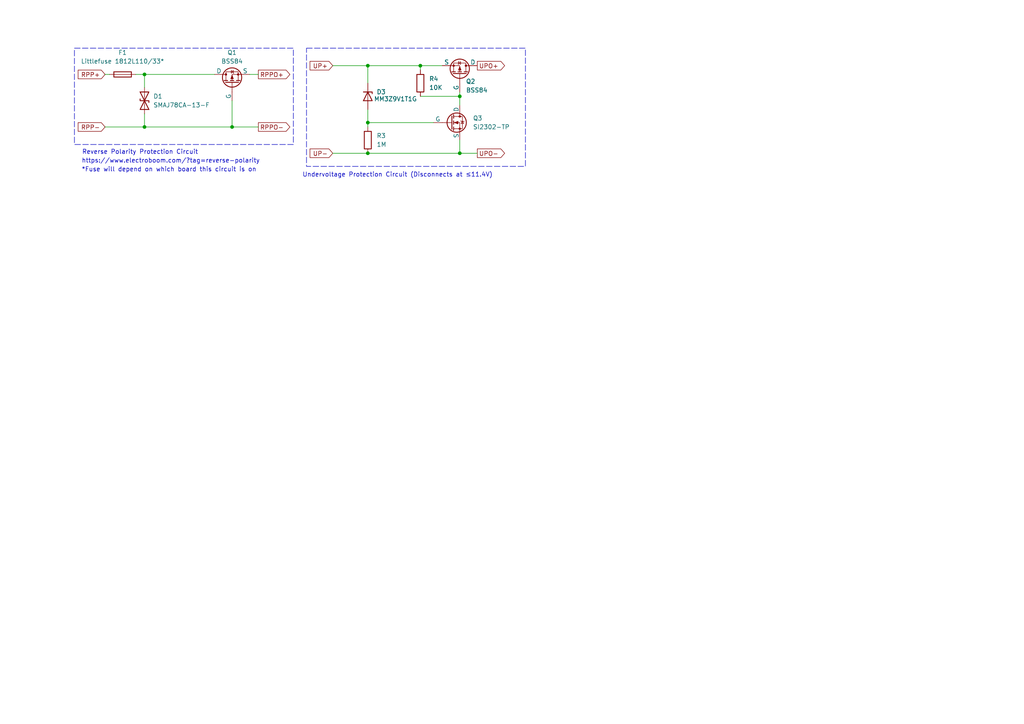
<source format=kicad_sch>
(kicad_sch (version 20250114) (generator "eeschema") (generator_version "9.0")
  (paper "A4")
  (lib_symbols
    (symbol "Device:Fuse" (pin_numbers (hide yes)) (pin_names (offset 0))
      (property "Reference" "F" (at 2.032 0 90))
      (property "Value" "Fuse" (at -1.905 0 90))
      (symbol "Fuse_0_1"
        (rectangle (start -0.762 -2.54) (end 0.762 2.54) (stroke (width 0.254)))
        (polyline (pts (xy 0 2.54) (xy 0 -2.54)))
      )
      (symbol "Fuse_1_1"
        (pin passive line (at 0 3.81 270) (length 1.27) (name "~") (number "1"))
        (pin passive line (at 0 -3.81 90) (length 1.27) (name "~") (number "2"))
      )
    )
    (symbol "Device:R" (pin_numbers (hide yes)) (pin_names (offset 0))
      (property "Reference" "R" (at 2.032 0 90))
      (property "Value" "R" (at 0 0 90))
      (symbol "R_0_1"
        (rectangle (start -1.016 -2.54) (end 1.016 2.54) (stroke (width 0.254)))
      )
      (symbol "R_1_1"
        (pin passive line (at 0 3.81 270) (length 1.27) (name "~") (number "1"))
        (pin passive line (at 0 -3.81 90) (length 1.27) (name "~") (number "2"))
      )
    )
    (symbol "Diode:1.5KExxCA" (pin_numbers (hide yes)) (pin_names (offset 1.016) (hide yes))
      (property "Reference" "D" (at 0 2.54 0))
      (property "Value" "1.5KExxCA" (at 0 -2.54 0))
      (symbol "1.5KExxCA_0_1"
        (polyline (pts (xy -2.54 -1.27) (xy 0 0) (xy -2.54 1.27) (xy -2.54 -1.27)) (stroke (width 0.254)))
        (polyline (pts (xy 0.508 1.27) (xy 0 1.27) (xy 0 -1.27) (xy -0.508 -1.27)) (stroke (width 0.254)))
        (polyline (pts (xy 1.27 0) (xy -1.27 0)))
        (polyline (pts (xy 2.54 1.27) (xy 2.54 -1.27) (xy 0 0) (xy 2.54 1.27)) (stroke (width 0.254)))
      )
      (symbol "1.5KExxCA_1_1"
        (pin passive line (at -3.81 0 0) (length 2.54) (name "A1") (number "1"))
        (pin passive line (at 3.81 0 180) (length 2.54) (name "A2") (number "2"))
      )
    )
    (symbol "Diode:1N47xxA" (pin_numbers (hide yes)) (pin_names (hide yes))
      (property "Reference" "D" (at 0 2.54 0))
      (property "Value" "1N47xxA" (at 0 -2.54 0))
      (symbol "1N47xxA_0_1"
        (polyline (pts (xy -1.27 -1.27) (xy -1.27 1.27) (xy -0.762 1.27)) (stroke (width 0.254)))
        (polyline (pts (xy 1.27 0) (xy -1.27 0)))
        (polyline (pts (xy 1.27 -1.27) (xy 1.27 1.27) (xy -1.27 0) (xy 1.27 -1.27)) (stroke (width 0.254)))
      )
      (symbol "1N47xxA_1_1"
        (pin passive line (at -3.81 0 0) (length 2.54) (name "K") (number "1"))
        (pin passive line (at 3.81 0 180) (length 2.54) (name "A") (number "2"))
      )
    )
    (symbol "Simulation_SPICE:NMOS" (pin_numbers (hide yes)) (pin_names (offset 0))
      (property "Reference" "Q" (at 5.08 1.27 0))
      (property "Value" "NMOS" (at 5.08 -1.27 0))
      (symbol "NMOS_0_1"
        (polyline (pts (xy 0.254 1.905) (xy 0.254 -1.905)) (stroke (width 0.254)))
        (polyline (pts (xy 0.254 0) (xy -2.54 0)))
        (polyline (pts (xy 0.762 2.286) (xy 0.762 1.27)) (stroke (width 0.254)))
        (polyline (pts (xy 0.762 0.508) (xy 0.762 -0.508)) (stroke (width 0.254)))
        (polyline (pts (xy 0.762 -1.27) (xy 0.762 -2.286)) (stroke (width 0.254)))
        (polyline (pts (xy 0.762 -1.778) (xy 3.302 -1.778) (xy 3.302 1.778) (xy 0.762 1.778)))
        (polyline (pts (xy 1.016 0) (xy 2.032 0.381) (xy 2.032 -0.381) (xy 1.016 0)) (fill (type outline)))
        (circle (center 1.651 0) (radius 2.794) (stroke (width 0.254)))
        (polyline (pts (xy 2.54 2.54) (xy 2.54 1.778)))
        (circle (center 2.54 1.778) (radius 0.254) (fill (type outline)))
        (circle (center 2.54 -1.778) (radius 0.254) (fill (type outline)))
        (polyline (pts (xy 2.54 -2.54) (xy 2.54 0) (xy 0.762 0)))
        (polyline (pts (xy 2.794 0.508) (xy 2.921 0.381) (xy 3.683 0.381) (xy 3.81 0.254)))
        (polyline (pts (xy 3.302 0.381) (xy 2.921 -0.254) (xy 3.683 -0.254) (xy 3.302 0.381)))
      )
      (symbol "NMOS_1_1"
        (pin input line (at -5.08 0 0) (length 2.54) (name "G") (number "2"))
        (pin passive line (at 2.54 5.08 270) (length 2.54) (name "D") (number "1"))
        (pin passive line (at 2.54 -5.08 90) (length 2.54) (name "S") (number "3"))
      )
    )
    (symbol "Simulation_SPICE:PMOS" (pin_numbers (hide yes)) (pin_names (offset 0))
      (property "Reference" "Q" (at 5.08 1.27 0))
      (property "Value" "PMOS" (at 5.08 -1.27 0))
      (symbol "PMOS_0_1"
        (polyline (pts (xy 0.254 1.905) (xy 0.254 -1.905)) (stroke (width 0.254)))
        (polyline (pts (xy 0.254 0) (xy -2.54 0)))
        (polyline (pts (xy 0.762 2.286) (xy 0.762 1.27)) (stroke (width 0.254)))
        (polyline (pts (xy 0.762 1.778) (xy 3.302 1.778) (xy 3.302 -1.778) (xy 0.762 -1.778)))
        (polyline (pts (xy 0.762 0.508) (xy 0.762 -0.508)) (stroke (width 0.254)))
        (polyline (pts (xy 0.762 -1.27) (xy 0.762 -2.286)) (stroke (width 0.254)))
        (circle (center 1.651 0) (radius 2.794) (stroke (width 0.254)))
        (polyline (pts (xy 2.286 0) (xy 1.27 0.381) (xy 1.27 -0.381) (xy 2.286 0)) (fill (type outline)))
        (polyline (pts (xy 2.54 2.54) (xy 2.54 1.778)))
        (circle (center 2.54 1.778) (radius 0.254) (fill (type outline)))
        (circle (center 2.54 -1.778) (radius 0.254) (fill (type outline)))
        (polyline (pts (xy 2.54 -2.54) (xy 2.54 0) (xy 0.762 0)))
        (polyline (pts (xy 2.794 -0.508) (xy 2.921 -0.381) (xy 3.683 -0.381) (xy 3.81 -0.254)))
        (polyline (pts (xy 3.302 -0.381) (xy 2.921 0.254) (xy 3.683 0.254) (xy 3.302 -0.381)))
      )
      (symbol "PMOS_1_1"
        (pin input line (at -5.08 0 0) (length 2.54) (name "G") (number "2"))
        (pin passive line (at 2.54 5.08 270) (length 2.54) (name "D") (number "1"))
        (pin passive line (at 2.54 -5.08 90) (length 2.54) (name "S") (number "3"))
      )
    )
  )
  (rectangle (start 88.9 13.97) (end 152.4 48.26) (stroke (width 0) (type dash)))
  (rectangle (start 21.59 13.97) (end 85.09 41.91) (stroke (width 0) (type dash)))
  (text "Reverse Polarity Protection Circuit" (at 40.64 44.196 0) (effects (font (size 1.27 1.27))))
  (text "*Fuse will depend on which board this circuit is on" (at 49.022 49.276 0) (effects (font (size 1.27 1.27))))
  (text "https://www.electroboom.com/?tag=reverse-polarity" (at 49.53 46.736 0) (effects (font (size 1.27 1.27))))
  (text "Undervoltage Protection Circuit (Disconnects at ≤11.4V)" (at 115.316 50.8 0) (effects (font (size 1.27 1.27))))
  (junction (at 121.92 19.05))
  (junction (at 41.91 36.83))
  (junction (at 41.91 21.59))
  (junction (at 106.68 44.45))
  (junction (at 133.35 44.45))
  (junction (at 133.35 27.94))
  (junction (at 67.31 36.83))
  (junction (at 106.68 19.05))
  (junction (at 106.68 35.56))
  (wire (pts (xy 121.92 19.05) (xy 121.92 20.32)))
  (wire (pts (xy 133.35 26.67) (xy 133.35 27.94)))
  (wire (pts (xy 106.68 24.13) (xy 106.68 19.05)))
  (wire (pts (xy 96.52 19.05) (xy 106.68 19.05)))
  (wire (pts (xy 121.92 27.94) (xy 133.35 27.94)))
  (wire (pts (xy 106.68 31.75) (xy 106.68 35.56)))
  (wire (pts (xy 39.37 21.59) (xy 41.91 21.59)))
  (wire (pts (xy 72.39 21.59) (xy 74.93 21.59)))
  (wire (pts (xy 41.91 25.4) (xy 41.91 21.59)))
  (wire (pts (xy 133.35 40.64) (xy 133.35 44.45)))
  (wire (pts (xy 41.91 36.83) (xy 67.31 36.83)))
  (wire (pts (xy 106.68 44.45) (xy 133.35 44.45)))
  (wire (pts (xy 96.52 44.45) (xy 106.68 44.45)))
  (wire (pts (xy 106.68 35.56) (xy 125.73 35.56)))
  (wire (pts (xy 106.68 35.56) (xy 106.68 36.83)))
  (wire (pts (xy 121.92 19.05) (xy 128.27 19.05)))
  (wire (pts (xy 30.48 21.59) (xy 31.75 21.59)))
  (wire (pts (xy 133.35 44.45) (xy 138.43 44.45)))
  (wire (pts (xy 41.91 33.02) (xy 41.91 36.83)))
  (wire (pts (xy 30.48 36.83) (xy 41.91 36.83)))
  (wire (pts (xy 133.35 27.94) (xy 133.35 30.48)))
  (wire (pts (xy 67.31 36.83) (xy 74.93 36.83)))
  (wire (pts (xy 41.91 21.59) (xy 62.23 21.59)))
  (wire (pts (xy 106.68 19.05) (xy 121.92 19.05)))
  (wire (pts (xy 67.31 29.21) (xy 67.31 36.83)))
  (global_label "RPP+" (shape input) (at 30.48 21.59 180) (property "Intersheetrefs" "${INTERSHEET_REFS}" (effects (hide yes))))
  (global_label "RPPO+" (shape output) (at 74.93 21.59 0) (property "Intersheetrefs" "${INTERSHEET_REFS}" (effects (hide yes))))
  (global_label "UP-" (shape input) (at 96.52 44.45 180) (property "Intersheetrefs" "${INTERSHEET_REFS}" (effects (hide yes))))
  (global_label "UPO+" (shape output) (at 138.43 19.05 0) (property "Intersheetrefs" "${INTERSHEET_REFS}" (effects (hide yes))))
  (global_label "RPPO-" (shape output) (at 74.93 36.83 0) (property "Intersheetrefs" "${INTERSHEET_REFS}" (effects (hide yes))))
  (global_label "RPP-" (shape input) (at 30.48 36.83 180) (property "Intersheetrefs" "${INTERSHEET_REFS}" (effects (hide yes))))
  (global_label "UP+" (shape input) (at 96.52 19.05 180) (property "Intersheetrefs" "${INTERSHEET_REFS}" (effects (hide yes))))
  (global_label "UPO-" (shape output) (at 138.43 44.45 0) (property "Intersheetrefs" "${INTERSHEET_REFS}" (effects (hide yes))))
  (symbol (lib_id "Device:Fuse") (at 35.56 21.59 90) (unit 1)
    (property "Reference" "F1" (at 35.56 15.24 90))
    (property "Value" "Littlefuse 1812L110/33*" (at 35.56 17.78 90))
    (property "Footprint" "Fuse:Fuse_1812_4532Metric_Pad1.30x3.40mm_HandSolder" (effects (hide yes)))
    (property "Description" "Fuse" (effects (hide yes)))
  )
  (symbol (lib_id "Simulation_SPICE:PMOS") (at 67.31 24.13 90) (unit 1)
    (property "Reference" "Q1" (at 67.31 15.24 90))
    (property "Value" "BSS84" (at 67.31 17.78 90))
    (property "Footprint" "FS_4_Footprint_Library:SOT95P240X120-3N" (effects (hide yes)))
    (property "Datasheet" "https://ngspice.sourceforge.io/docs/ngspice-html-manual/manual.xhtml#cha_MOSFETs" (effects (hide yes)))
    (property "Description" "P-MOSFET transistor, drain/source/gate" (effects (hide yes)))
    (property "Sim.Device" "PMOS" (effects (hide yes)))
    (property "Sim.Type" "VDMOS" (effects (hide yes)))
    (property "Sim.Pins" "1=D 2=G 3=S" (effects (hide yes)))
  )
  (symbol (lib_id "Device:R") (at 106.68 40.64 180) (unit 1)
    (property "Reference" "R3" (at 109.22 39.3699 0) (effects (justify right)))
    (property "Value" "1M" (at 109.22 41.9099 0) (effects (justify right)))
    (property "Footprint" "Resistor_SMD:R_0603_1608Metric_Pad0.98x0.95mm_HandSolder" (effects (hide yes)))
    (property "Description" "Resistor" (effects (hide yes)))
  )
  (symbol (lib_id "Simulation_SPICE:NMOS") (at 130.81 35.56 0) (unit 1)
    (property "Reference" "Q3" (at 137.16 34.2899 0) (effects (justify left)))
    (property "Value" "SI2302-TP" (at 137.16 36.8299 0) (effects (justify left)))
    (property "Footprint" "FS_4_Footprint_Library:SOT-23_MCC-M" (effects (hide yes)))
    (property "Datasheet" "https://ngspice.sourceforge.io/docs/ngspice-html-manual/manual.xhtml#cha_MOSFETs" (effects (hide yes)))
    (property "Description" "N-MOSFET transistor, drain/source/gate" (effects (hide yes)))
    (property "Sim.Device" "NMOS" (effects (hide yes)))
    (property "Sim.Type" "VDMOS" (effects (hide yes)))
    (property "Sim.Pins" "1=D 2=G 3=S" (effects (hide yes)))
  )
  (symbol (lib_id "Device:R") (at 121.92 24.13 180) (unit 1)
    (property "Reference" "R4" (at 124.46 22.8599 0) (effects (justify right)))
    (property "Value" "10K" (at 124.46 25.3999 0) (effects (justify right)))
    (property "Footprint" "Resistor_SMD:R_0603_1608Metric_Pad0.98x0.95mm_HandSolder" (effects (hide yes)))
    (property "Description" "Resistor" (effects (hide yes)))
  )
  (symbol (lib_id "Diode:1.5KExxCA") (at 41.91 29.21 90) (unit 1)
    (property "Reference" "D1" (at 44.45 27.9399 90) (effects (justify right)))
    (property "Value" "SMAJ78CA-13-F" (at 44.45 30.4799 90) (effects (justify right)))
    (property "Footprint" "FS_4_Footprint_Library:SMA_DIO-M" (effects (hide yes)))
    (property "Datasheet" "https://www.vishay.com/docs/88301/15ke.pdf" (effects (hide yes)))
    (property "Description" "1500W bidirectional TVS diode, DO-201AE" (effects (hide yes)))
  )
  (symbol (lib_id "Simulation_SPICE:PMOS") (at 133.35 21.59 270) (mirror x) (unit 1)
    (property "Reference" "Q2" (at 135.128 23.622 90) (effects (justify left)))
    (property "Value" "BSS84" (at 135.128 26.162 90) (effects (justify left)))
    (property "Footprint" "FS_4_Footprint_Library:SOT95P240X120-3N" (effects (hide yes)))
    (property "Datasheet" "https://ngspice.sourceforge.io/docs/ngspice-html-manual/manual.xhtml#cha_MOSFETs" (effects (hide yes)))
    (property "Description" "P-MOSFET transistor, drain/source/gate" (effects (hide yes)))
    (property "Sim.Device" "PMOS" (effects (hide yes)))
    (property "Sim.Type" "VDMOS" (effects (hide yes)))
    (property "Sim.Pins" "1=D 2=G 3=S" (effects (hide yes)))
  )
  (symbol (lib_id "Diode:1N47xxA") (at 106.68 27.94 270) (unit 1)
    (property "Reference" "D3" (at 109.22 26.6699 90) (effects (justify left)))
    (property "Value" "MM3Z9V1T1G" (at 108.458 28.702 90) (effects (justify left)))
    (property "Footprint" "FS_4_Footprint_Library:SOD-323_1P8X1P35_ONS-M" (effects (hide yes)))
    (property "Datasheet" "https://www.vishay.com/docs/85816/1n4728a.pdf" (effects (hide yes)))
    (property "Description" "1300mW Silicon planar power Zener diodes, DO-41" (effects (hide yes)))
  )
)
</source>
